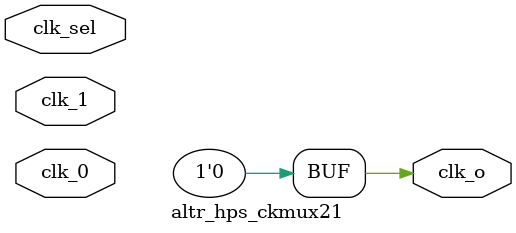
<source format=v>
module altr_hps_ckmux21(	// file.cleaned.mlir:2:3
  input  clk_0,	// file.cleaned.mlir:2:34
         clk_1,	// file.cleaned.mlir:2:50
         clk_sel,	// file.cleaned.mlir:2:66
  output clk_o	// file.cleaned.mlir:2:85
);

  assign clk_o = 1'h0;	// file.cleaned.mlir:3:14, :4:5
endmodule


</source>
